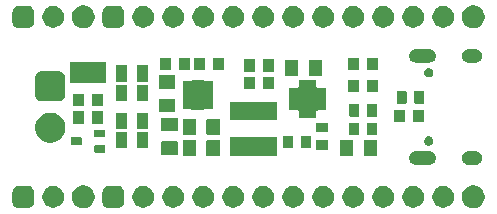
<source format=gbs>
G04 #@! TF.GenerationSoftware,KiCad,Pcbnew,(5.1.5)-3*
G04 #@! TF.CreationDate,2021-01-27T12:55:09+11:00*
G04 #@! TF.ProjectId,PD_Micro,50445f4d-6963-4726-9f2e-6b696361645f,rev?*
G04 #@! TF.SameCoordinates,PX7ce2370PY67d8790*
G04 #@! TF.FileFunction,Soldermask,Bot*
G04 #@! TF.FilePolarity,Negative*
%FSLAX46Y46*%
G04 Gerber Fmt 4.6, Leading zero omitted, Abs format (unit mm)*
G04 Created by KiCad (PCBNEW (5.1.5)-3) date 2021-01-27 12:55:09*
%MOMM*%
%LPD*%
G04 APERTURE LIST*
%ADD10C,0.100000*%
G04 APERTURE END LIST*
D10*
G36*
X39652937Y2202724D02*
G01*
X39829465Y2129603D01*
X39829467Y2129602D01*
X39988339Y2023448D01*
X40123448Y1888339D01*
X40149572Y1849241D01*
X40229603Y1729465D01*
X40302724Y1552937D01*
X40340000Y1365538D01*
X40340000Y1174462D01*
X40302724Y987063D01*
X40229603Y810535D01*
X40229602Y810533D01*
X40123448Y651661D01*
X39988339Y516552D01*
X39829467Y410398D01*
X39829466Y410397D01*
X39829465Y410397D01*
X39652937Y337276D01*
X39465538Y300000D01*
X39274462Y300000D01*
X39087063Y337276D01*
X38910535Y410397D01*
X38910534Y410397D01*
X38910533Y410398D01*
X38751661Y516552D01*
X38616552Y651661D01*
X38510398Y810533D01*
X38510397Y810535D01*
X38437276Y987063D01*
X38400000Y1174462D01*
X38400000Y1365538D01*
X38437276Y1552937D01*
X38510397Y1729465D01*
X38590428Y1849241D01*
X38616552Y1888339D01*
X38751661Y2023448D01*
X38910533Y2129602D01*
X38910535Y2129603D01*
X39087063Y2202724D01*
X39274462Y2240000D01*
X39465538Y2240000D01*
X39652937Y2202724D01*
G37*
G36*
X6632937Y2202724D02*
G01*
X6809465Y2129603D01*
X6809467Y2129602D01*
X6968339Y2023448D01*
X7103448Y1888339D01*
X7129572Y1849241D01*
X7209603Y1729465D01*
X7282724Y1552937D01*
X7320000Y1365538D01*
X7320000Y1174462D01*
X7282724Y987063D01*
X7209603Y810535D01*
X7209602Y810533D01*
X7103448Y651661D01*
X6968339Y516552D01*
X6809467Y410398D01*
X6809466Y410397D01*
X6809465Y410397D01*
X6632937Y337276D01*
X6445538Y300000D01*
X6254462Y300000D01*
X6067063Y337276D01*
X5890535Y410397D01*
X5890534Y410397D01*
X5890533Y410398D01*
X5731661Y516552D01*
X5596552Y651661D01*
X5490398Y810533D01*
X5490397Y810535D01*
X5417276Y987063D01*
X5380000Y1174462D01*
X5380000Y1365538D01*
X5417276Y1552937D01*
X5490397Y1729465D01*
X5570428Y1849241D01*
X5596552Y1888339D01*
X5731661Y2023448D01*
X5890533Y2129602D01*
X5890535Y2129603D01*
X6067063Y2202724D01*
X6254462Y2240000D01*
X6445538Y2240000D01*
X6632937Y2202724D01*
G37*
G36*
X11698353Y2154645D02*
G01*
X11865782Y2085294D01*
X11940612Y2035294D01*
X12016466Y1984610D01*
X12144610Y1856466D01*
X12191816Y1785817D01*
X12245294Y1705782D01*
X12314645Y1538353D01*
X12350000Y1360613D01*
X12350000Y1179387D01*
X12314645Y1001647D01*
X12245294Y834218D01*
X12245293Y834217D01*
X12144610Y683534D01*
X12016466Y555390D01*
X11958341Y516552D01*
X11865782Y454706D01*
X11698353Y385355D01*
X11520613Y350000D01*
X11339387Y350000D01*
X11161647Y385355D01*
X10994218Y454706D01*
X10901659Y516552D01*
X10843534Y555390D01*
X10715390Y683534D01*
X10614707Y834217D01*
X10614706Y834218D01*
X10545355Y1001647D01*
X10510000Y1179387D01*
X10510000Y1360613D01*
X10545355Y1538353D01*
X10614706Y1705782D01*
X10668184Y1785817D01*
X10715390Y1856466D01*
X10843534Y1984610D01*
X10919388Y2035294D01*
X10994218Y2085294D01*
X11161647Y2154645D01*
X11339387Y2190000D01*
X11520613Y2190000D01*
X11698353Y2154645D01*
G37*
G36*
X24398353Y2154645D02*
G01*
X24565782Y2085294D01*
X24640612Y2035294D01*
X24716466Y1984610D01*
X24844610Y1856466D01*
X24891816Y1785817D01*
X24945294Y1705782D01*
X25014645Y1538353D01*
X25050000Y1360613D01*
X25050000Y1179387D01*
X25014645Y1001647D01*
X24945294Y834218D01*
X24945293Y834217D01*
X24844610Y683534D01*
X24716466Y555390D01*
X24658341Y516552D01*
X24565782Y454706D01*
X24398353Y385355D01*
X24220613Y350000D01*
X24039387Y350000D01*
X23861647Y385355D01*
X23694218Y454706D01*
X23601659Y516552D01*
X23543534Y555390D01*
X23415390Y683534D01*
X23314707Y834217D01*
X23314706Y834218D01*
X23245355Y1001647D01*
X23210000Y1179387D01*
X23210000Y1360613D01*
X23245355Y1538353D01*
X23314706Y1705782D01*
X23368184Y1785817D01*
X23415390Y1856466D01*
X23543534Y1984610D01*
X23619388Y2035294D01*
X23694218Y2085294D01*
X23861647Y2154645D01*
X24039387Y2190000D01*
X24220613Y2190000D01*
X24398353Y2154645D01*
G37*
G36*
X9405817Y2179761D02*
G01*
X9499877Y2151228D01*
X9586559Y2104896D01*
X9662540Y2042540D01*
X9724896Y1966559D01*
X9771228Y1879877D01*
X9799761Y1785817D01*
X9810000Y1681860D01*
X9810000Y858140D01*
X9799761Y754183D01*
X9771228Y660123D01*
X9724896Y573441D01*
X9662540Y497460D01*
X9586559Y435104D01*
X9499877Y388772D01*
X9405817Y360239D01*
X9301860Y350000D01*
X8478140Y350000D01*
X8374183Y360239D01*
X8280123Y388772D01*
X8193441Y435104D01*
X8117460Y497460D01*
X8055104Y573441D01*
X8008772Y660123D01*
X7980239Y754183D01*
X7970000Y858140D01*
X7970000Y1681860D01*
X7980239Y1785817D01*
X8008772Y1879877D01*
X8055104Y1966559D01*
X8117460Y2042540D01*
X8193441Y2104896D01*
X8280123Y2151228D01*
X8374183Y2179761D01*
X8478140Y2190000D01*
X9301860Y2190000D01*
X9405817Y2179761D01*
G37*
G36*
X14238353Y2154645D02*
G01*
X14405782Y2085294D01*
X14480612Y2035294D01*
X14556466Y1984610D01*
X14684610Y1856466D01*
X14731816Y1785817D01*
X14785294Y1705782D01*
X14854645Y1538353D01*
X14890000Y1360613D01*
X14890000Y1179387D01*
X14854645Y1001647D01*
X14785294Y834218D01*
X14785293Y834217D01*
X14684610Y683534D01*
X14556466Y555390D01*
X14498341Y516552D01*
X14405782Y454706D01*
X14238353Y385355D01*
X14060613Y350000D01*
X13879387Y350000D01*
X13701647Y385355D01*
X13534218Y454706D01*
X13441659Y516552D01*
X13383534Y555390D01*
X13255390Y683534D01*
X13154707Y834217D01*
X13154706Y834218D01*
X13085355Y1001647D01*
X13050000Y1179387D01*
X13050000Y1360613D01*
X13085355Y1538353D01*
X13154706Y1705782D01*
X13208184Y1785817D01*
X13255390Y1856466D01*
X13383534Y1984610D01*
X13459388Y2035294D01*
X13534218Y2085294D01*
X13701647Y2154645D01*
X13879387Y2190000D01*
X14060613Y2190000D01*
X14238353Y2154645D01*
G37*
G36*
X16778353Y2154645D02*
G01*
X16945782Y2085294D01*
X17020612Y2035294D01*
X17096466Y1984610D01*
X17224610Y1856466D01*
X17271816Y1785817D01*
X17325294Y1705782D01*
X17394645Y1538353D01*
X17430000Y1360613D01*
X17430000Y1179387D01*
X17394645Y1001647D01*
X17325294Y834218D01*
X17325293Y834217D01*
X17224610Y683534D01*
X17096466Y555390D01*
X17038341Y516552D01*
X16945782Y454706D01*
X16778353Y385355D01*
X16600613Y350000D01*
X16419387Y350000D01*
X16241647Y385355D01*
X16074218Y454706D01*
X15981659Y516552D01*
X15923534Y555390D01*
X15795390Y683534D01*
X15694707Y834217D01*
X15694706Y834218D01*
X15625355Y1001647D01*
X15590000Y1179387D01*
X15590000Y1360613D01*
X15625355Y1538353D01*
X15694706Y1705782D01*
X15748184Y1785817D01*
X15795390Y1856466D01*
X15923534Y1984610D01*
X15999388Y2035294D01*
X16074218Y2085294D01*
X16241647Y2154645D01*
X16419387Y2190000D01*
X16600613Y2190000D01*
X16778353Y2154645D01*
G37*
G36*
X19318353Y2154645D02*
G01*
X19485782Y2085294D01*
X19560612Y2035294D01*
X19636466Y1984610D01*
X19764610Y1856466D01*
X19811816Y1785817D01*
X19865294Y1705782D01*
X19934645Y1538353D01*
X19970000Y1360613D01*
X19970000Y1179387D01*
X19934645Y1001647D01*
X19865294Y834218D01*
X19865293Y834217D01*
X19764610Y683534D01*
X19636466Y555390D01*
X19578341Y516552D01*
X19485782Y454706D01*
X19318353Y385355D01*
X19140613Y350000D01*
X18959387Y350000D01*
X18781647Y385355D01*
X18614218Y454706D01*
X18521659Y516552D01*
X18463534Y555390D01*
X18335390Y683534D01*
X18234707Y834217D01*
X18234706Y834218D01*
X18165355Y1001647D01*
X18130000Y1179387D01*
X18130000Y1360613D01*
X18165355Y1538353D01*
X18234706Y1705782D01*
X18288184Y1785817D01*
X18335390Y1856466D01*
X18463534Y1984610D01*
X18539388Y2035294D01*
X18614218Y2085294D01*
X18781647Y2154645D01*
X18959387Y2190000D01*
X19140613Y2190000D01*
X19318353Y2154645D01*
G37*
G36*
X21858353Y2154645D02*
G01*
X22025782Y2085294D01*
X22100612Y2035294D01*
X22176466Y1984610D01*
X22304610Y1856466D01*
X22351816Y1785817D01*
X22405294Y1705782D01*
X22474645Y1538353D01*
X22510000Y1360613D01*
X22510000Y1179387D01*
X22474645Y1001647D01*
X22405294Y834218D01*
X22405293Y834217D01*
X22304610Y683534D01*
X22176466Y555390D01*
X22118341Y516552D01*
X22025782Y454706D01*
X21858353Y385355D01*
X21680613Y350000D01*
X21499387Y350000D01*
X21321647Y385355D01*
X21154218Y454706D01*
X21061659Y516552D01*
X21003534Y555390D01*
X20875390Y683534D01*
X20774707Y834217D01*
X20774706Y834218D01*
X20705355Y1001647D01*
X20670000Y1179387D01*
X20670000Y1360613D01*
X20705355Y1538353D01*
X20774706Y1705782D01*
X20828184Y1785817D01*
X20875390Y1856466D01*
X21003534Y1984610D01*
X21079388Y2035294D01*
X21154218Y2085294D01*
X21321647Y2154645D01*
X21499387Y2190000D01*
X21680613Y2190000D01*
X21858353Y2154645D01*
G37*
G36*
X29478353Y2154645D02*
G01*
X29645782Y2085294D01*
X29720612Y2035294D01*
X29796466Y1984610D01*
X29924610Y1856466D01*
X29971816Y1785817D01*
X30025294Y1705782D01*
X30094645Y1538353D01*
X30130000Y1360613D01*
X30130000Y1179387D01*
X30094645Y1001647D01*
X30025294Y834218D01*
X30025293Y834217D01*
X29924610Y683534D01*
X29796466Y555390D01*
X29738341Y516552D01*
X29645782Y454706D01*
X29478353Y385355D01*
X29300613Y350000D01*
X29119387Y350000D01*
X28941647Y385355D01*
X28774218Y454706D01*
X28681659Y516552D01*
X28623534Y555390D01*
X28495390Y683534D01*
X28394707Y834217D01*
X28394706Y834218D01*
X28325355Y1001647D01*
X28290000Y1179387D01*
X28290000Y1360613D01*
X28325355Y1538353D01*
X28394706Y1705782D01*
X28448184Y1785817D01*
X28495390Y1856466D01*
X28623534Y1984610D01*
X28699388Y2035294D01*
X28774218Y2085294D01*
X28941647Y2154645D01*
X29119387Y2190000D01*
X29300613Y2190000D01*
X29478353Y2154645D01*
G37*
G36*
X34558353Y2154645D02*
G01*
X34725782Y2085294D01*
X34800612Y2035294D01*
X34876466Y1984610D01*
X35004610Y1856466D01*
X35051816Y1785817D01*
X35105294Y1705782D01*
X35174645Y1538353D01*
X35210000Y1360613D01*
X35210000Y1179387D01*
X35174645Y1001647D01*
X35105294Y834218D01*
X35105293Y834217D01*
X35004610Y683534D01*
X34876466Y555390D01*
X34818341Y516552D01*
X34725782Y454706D01*
X34558353Y385355D01*
X34380613Y350000D01*
X34199387Y350000D01*
X34021647Y385355D01*
X33854218Y454706D01*
X33761659Y516552D01*
X33703534Y555390D01*
X33575390Y683534D01*
X33474707Y834217D01*
X33474706Y834218D01*
X33405355Y1001647D01*
X33370000Y1179387D01*
X33370000Y1360613D01*
X33405355Y1538353D01*
X33474706Y1705782D01*
X33528184Y1785817D01*
X33575390Y1856466D01*
X33703534Y1984610D01*
X33779388Y2035294D01*
X33854218Y2085294D01*
X34021647Y2154645D01*
X34199387Y2190000D01*
X34380613Y2190000D01*
X34558353Y2154645D01*
G37*
G36*
X1785817Y2179761D02*
G01*
X1879877Y2151228D01*
X1966559Y2104896D01*
X2042540Y2042540D01*
X2104896Y1966559D01*
X2151228Y1879877D01*
X2179761Y1785817D01*
X2190000Y1681860D01*
X2190000Y858140D01*
X2179761Y754183D01*
X2151228Y660123D01*
X2104896Y573441D01*
X2042540Y497460D01*
X1966559Y435104D01*
X1879877Y388772D01*
X1785817Y360239D01*
X1681860Y350000D01*
X858140Y350000D01*
X754183Y360239D01*
X660123Y388772D01*
X573441Y435104D01*
X497460Y497460D01*
X435104Y573441D01*
X388772Y660123D01*
X360239Y754183D01*
X350000Y858140D01*
X350000Y1681860D01*
X360239Y1785817D01*
X388772Y1879877D01*
X435104Y1966559D01*
X497460Y2042540D01*
X573441Y2104896D01*
X660123Y2151228D01*
X754183Y2179761D01*
X858140Y2190000D01*
X1681860Y2190000D01*
X1785817Y2179761D01*
G37*
G36*
X4078353Y2154645D02*
G01*
X4245782Y2085294D01*
X4320612Y2035294D01*
X4396466Y1984610D01*
X4524610Y1856466D01*
X4571816Y1785817D01*
X4625294Y1705782D01*
X4694645Y1538353D01*
X4730000Y1360613D01*
X4730000Y1179387D01*
X4694645Y1001647D01*
X4625294Y834218D01*
X4625293Y834217D01*
X4524610Y683534D01*
X4396466Y555390D01*
X4338341Y516552D01*
X4245782Y454706D01*
X4078353Y385355D01*
X3900613Y350000D01*
X3719387Y350000D01*
X3541647Y385355D01*
X3374218Y454706D01*
X3281659Y516552D01*
X3223534Y555390D01*
X3095390Y683534D01*
X2994707Y834217D01*
X2994706Y834218D01*
X2925355Y1001647D01*
X2890000Y1179387D01*
X2890000Y1360613D01*
X2925355Y1538353D01*
X2994706Y1705782D01*
X3048184Y1785817D01*
X3095390Y1856466D01*
X3223534Y1984610D01*
X3299388Y2035294D01*
X3374218Y2085294D01*
X3541647Y2154645D01*
X3719387Y2190000D01*
X3900613Y2190000D01*
X4078353Y2154645D01*
G37*
G36*
X37098353Y2154645D02*
G01*
X37265782Y2085294D01*
X37340612Y2035294D01*
X37416466Y1984610D01*
X37544610Y1856466D01*
X37591816Y1785817D01*
X37645294Y1705782D01*
X37714645Y1538353D01*
X37750000Y1360613D01*
X37750000Y1179387D01*
X37714645Y1001647D01*
X37645294Y834218D01*
X37645293Y834217D01*
X37544610Y683534D01*
X37416466Y555390D01*
X37358341Y516552D01*
X37265782Y454706D01*
X37098353Y385355D01*
X36920613Y350000D01*
X36739387Y350000D01*
X36561647Y385355D01*
X36394218Y454706D01*
X36301659Y516552D01*
X36243534Y555390D01*
X36115390Y683534D01*
X36014707Y834217D01*
X36014706Y834218D01*
X35945355Y1001647D01*
X35910000Y1179387D01*
X35910000Y1360613D01*
X35945355Y1538353D01*
X36014706Y1705782D01*
X36068184Y1785817D01*
X36115390Y1856466D01*
X36243534Y1984610D01*
X36319388Y2035294D01*
X36394218Y2085294D01*
X36561647Y2154645D01*
X36739387Y2190000D01*
X36920613Y2190000D01*
X37098353Y2154645D01*
G37*
G36*
X32018353Y2154645D02*
G01*
X32185782Y2085294D01*
X32260612Y2035294D01*
X32336466Y1984610D01*
X32464610Y1856466D01*
X32511816Y1785817D01*
X32565294Y1705782D01*
X32634645Y1538353D01*
X32670000Y1360613D01*
X32670000Y1179387D01*
X32634645Y1001647D01*
X32565294Y834218D01*
X32565293Y834217D01*
X32464610Y683534D01*
X32336466Y555390D01*
X32278341Y516552D01*
X32185782Y454706D01*
X32018353Y385355D01*
X31840613Y350000D01*
X31659387Y350000D01*
X31481647Y385355D01*
X31314218Y454706D01*
X31221659Y516552D01*
X31163534Y555390D01*
X31035390Y683534D01*
X30934707Y834217D01*
X30934706Y834218D01*
X30865355Y1001647D01*
X30830000Y1179387D01*
X30830000Y1360613D01*
X30865355Y1538353D01*
X30934706Y1705782D01*
X30988184Y1785817D01*
X31035390Y1856466D01*
X31163534Y1984610D01*
X31239388Y2035294D01*
X31314218Y2085294D01*
X31481647Y2154645D01*
X31659387Y2190000D01*
X31840613Y2190000D01*
X32018353Y2154645D01*
G37*
G36*
X26938353Y2154645D02*
G01*
X27105782Y2085294D01*
X27180612Y2035294D01*
X27256466Y1984610D01*
X27384610Y1856466D01*
X27431816Y1785817D01*
X27485294Y1705782D01*
X27554645Y1538353D01*
X27590000Y1360613D01*
X27590000Y1179387D01*
X27554645Y1001647D01*
X27485294Y834218D01*
X27485293Y834217D01*
X27384610Y683534D01*
X27256466Y555390D01*
X27198341Y516552D01*
X27105782Y454706D01*
X26938353Y385355D01*
X26760613Y350000D01*
X26579387Y350000D01*
X26401647Y385355D01*
X26234218Y454706D01*
X26141659Y516552D01*
X26083534Y555390D01*
X25955390Y683534D01*
X25854707Y834217D01*
X25854706Y834218D01*
X25785355Y1001647D01*
X25750000Y1179387D01*
X25750000Y1360613D01*
X25785355Y1538353D01*
X25854706Y1705782D01*
X25908184Y1785817D01*
X25955390Y1856466D01*
X26083534Y1984610D01*
X26159388Y2035294D01*
X26234218Y2085294D01*
X26401647Y2154645D01*
X26579387Y2190000D01*
X26760613Y2190000D01*
X26938353Y2154645D01*
G37*
G36*
X35675908Y5137251D02*
G01*
X35731739Y5131752D01*
X35839185Y5099158D01*
X35938207Y5046230D01*
X36025000Y4975000D01*
X36096230Y4888207D01*
X36149158Y4789185D01*
X36181752Y4681739D01*
X36192757Y4570000D01*
X36181752Y4458261D01*
X36149158Y4350815D01*
X36096230Y4251793D01*
X36025000Y4165000D01*
X35938207Y4093770D01*
X35839185Y4040842D01*
X35731739Y4008248D01*
X35675908Y4002749D01*
X35647994Y4000000D01*
X34492006Y4000000D01*
X34464092Y4002749D01*
X34408261Y4008248D01*
X34300815Y4040842D01*
X34201793Y4093770D01*
X34115000Y4165000D01*
X34043770Y4251793D01*
X33990842Y4350815D01*
X33958248Y4458261D01*
X33947243Y4570000D01*
X33958248Y4681739D01*
X33990842Y4789185D01*
X34043770Y4888207D01*
X34115000Y4975000D01*
X34201793Y5046230D01*
X34300815Y5099158D01*
X34408261Y5131752D01*
X34464092Y5137251D01*
X34492006Y5140000D01*
X35647994Y5140000D01*
X35675908Y5137251D01*
G37*
G36*
X39605908Y5137251D02*
G01*
X39661739Y5131752D01*
X39769185Y5099158D01*
X39868207Y5046230D01*
X39955000Y4975000D01*
X40026230Y4888207D01*
X40079158Y4789185D01*
X40111752Y4681739D01*
X40122757Y4570000D01*
X40111752Y4458261D01*
X40079158Y4350815D01*
X40026230Y4251793D01*
X39955000Y4165000D01*
X39868207Y4093770D01*
X39769185Y4040842D01*
X39661739Y4008248D01*
X39605908Y4002749D01*
X39577994Y4000000D01*
X38922006Y4000000D01*
X38894092Y4002749D01*
X38838261Y4008248D01*
X38730815Y4040842D01*
X38631793Y4093770D01*
X38545000Y4165000D01*
X38473770Y4251793D01*
X38420842Y4350815D01*
X38388248Y4458261D01*
X38377243Y4570000D01*
X38388248Y4681739D01*
X38420842Y4789185D01*
X38473770Y4888207D01*
X38545000Y4975000D01*
X38631793Y5046230D01*
X38730815Y5099158D01*
X38838261Y5131752D01*
X38894092Y5137251D01*
X38922006Y5140000D01*
X39577994Y5140000D01*
X39605908Y5137251D01*
G37*
G36*
X31152673Y6082803D02*
G01*
X31168221Y6078086D01*
X31182552Y6070426D01*
X31195115Y6060115D01*
X31205426Y6047552D01*
X31213086Y6033221D01*
X31217803Y6017673D01*
X31220000Y5995362D01*
X31220000Y4784638D01*
X31217803Y4762327D01*
X31213086Y4746779D01*
X31205426Y4732448D01*
X31195115Y4719885D01*
X31182552Y4709574D01*
X31168221Y4701914D01*
X31152673Y4697197D01*
X31130362Y4695000D01*
X30169638Y4695000D01*
X30147327Y4697197D01*
X30131779Y4701914D01*
X30117448Y4709574D01*
X30104885Y4719885D01*
X30094574Y4732448D01*
X30086914Y4746779D01*
X30082197Y4762327D01*
X30080000Y4784638D01*
X30080000Y5995362D01*
X30082197Y6017673D01*
X30086914Y6033221D01*
X30094574Y6047552D01*
X30104885Y6060115D01*
X30117448Y6070426D01*
X30131779Y6078086D01*
X30147327Y6082803D01*
X30169638Y6085000D01*
X31130362Y6085000D01*
X31152673Y6082803D01*
G37*
G36*
X29152673Y6082803D02*
G01*
X29168221Y6078086D01*
X29182552Y6070426D01*
X29195115Y6060115D01*
X29205426Y6047552D01*
X29213086Y6033221D01*
X29217803Y6017673D01*
X29220000Y5995362D01*
X29220000Y4784638D01*
X29217803Y4762327D01*
X29213086Y4746779D01*
X29205426Y4732448D01*
X29195115Y4719885D01*
X29182552Y4709574D01*
X29168221Y4701914D01*
X29152673Y4697197D01*
X29130362Y4695000D01*
X28169638Y4695000D01*
X28147327Y4697197D01*
X28131779Y4701914D01*
X28117448Y4709574D01*
X28104885Y4719885D01*
X28094574Y4732448D01*
X28086914Y4746779D01*
X28082197Y4762327D01*
X28080000Y4784638D01*
X28080000Y5995362D01*
X28082197Y6017673D01*
X28086914Y6033221D01*
X28094574Y6047552D01*
X28104885Y6060115D01*
X28117448Y6070426D01*
X28131779Y6078086D01*
X28147327Y6082803D01*
X28169638Y6085000D01*
X29130362Y6085000D01*
X29152673Y6082803D01*
G37*
G36*
X17852673Y6082803D02*
G01*
X17868221Y6078086D01*
X17882552Y6070426D01*
X17895115Y6060115D01*
X17905426Y6047552D01*
X17913086Y6033221D01*
X17917803Y6017673D01*
X17920000Y5995362D01*
X17920000Y4784638D01*
X17917803Y4762327D01*
X17913086Y4746779D01*
X17905426Y4732448D01*
X17895115Y4719885D01*
X17882552Y4709574D01*
X17868221Y4701914D01*
X17852673Y4697197D01*
X17830362Y4695000D01*
X16869638Y4695000D01*
X16847327Y4697197D01*
X16831779Y4701914D01*
X16817448Y4709574D01*
X16804885Y4719885D01*
X16794574Y4732448D01*
X16786914Y4746779D01*
X16782197Y4762327D01*
X16780000Y4784638D01*
X16780000Y5995362D01*
X16782197Y6017673D01*
X16786914Y6033221D01*
X16794574Y6047552D01*
X16804885Y6060115D01*
X16817448Y6070426D01*
X16831779Y6078086D01*
X16847327Y6082803D01*
X16869638Y6085000D01*
X17830362Y6085000D01*
X17852673Y6082803D01*
G37*
G36*
X15852673Y6082803D02*
G01*
X15868221Y6078086D01*
X15882552Y6070426D01*
X15895115Y6060115D01*
X15905426Y6047552D01*
X15913086Y6033221D01*
X15917803Y6017673D01*
X15920000Y5995362D01*
X15920000Y4784638D01*
X15917803Y4762327D01*
X15913086Y4746779D01*
X15905426Y4732448D01*
X15895115Y4719885D01*
X15882552Y4709574D01*
X15868221Y4701914D01*
X15852673Y4697197D01*
X15830362Y4695000D01*
X14869638Y4695000D01*
X14847327Y4697197D01*
X14831779Y4701914D01*
X14817448Y4709574D01*
X14804885Y4719885D01*
X14794574Y4732448D01*
X14786914Y4746779D01*
X14782197Y4762327D01*
X14780000Y4784638D01*
X14780000Y5995362D01*
X14782197Y6017673D01*
X14786914Y6033221D01*
X14794574Y6047552D01*
X14804885Y6060115D01*
X14817448Y6070426D01*
X14831779Y6078086D01*
X14847327Y6082803D01*
X14869638Y6085000D01*
X15830362Y6085000D01*
X15852673Y6082803D01*
G37*
G36*
X22726415Y6308370D02*
G01*
X22736433Y6305331D01*
X22745665Y6300396D01*
X22753756Y6293756D01*
X22760396Y6285665D01*
X22765331Y6276433D01*
X22768370Y6266415D01*
X22770000Y6249862D01*
X22770000Y4830138D01*
X22768370Y4813585D01*
X22765331Y4803567D01*
X22760396Y4794335D01*
X22753756Y4786244D01*
X22745665Y4779604D01*
X22736433Y4774669D01*
X22726415Y4771630D01*
X22709862Y4770000D01*
X18790138Y4770000D01*
X18773585Y4771630D01*
X18763567Y4774669D01*
X18754335Y4779604D01*
X18746244Y4786244D01*
X18739604Y4794335D01*
X18734669Y4803567D01*
X18731630Y4813585D01*
X18730000Y4830138D01*
X18730000Y6249862D01*
X18731630Y6266415D01*
X18734669Y6276433D01*
X18739604Y6285665D01*
X18746244Y6293756D01*
X18754335Y6300396D01*
X18763567Y6305331D01*
X18773585Y6308370D01*
X18790138Y6310000D01*
X22709862Y6310000D01*
X22726415Y6308370D01*
G37*
G36*
X14277673Y5957803D02*
G01*
X14293221Y5953086D01*
X14307552Y5945426D01*
X14320115Y5935115D01*
X14330426Y5922552D01*
X14338086Y5908221D01*
X14342803Y5892673D01*
X14345000Y5870362D01*
X14345000Y4909638D01*
X14342803Y4887327D01*
X14338086Y4871779D01*
X14330426Y4857448D01*
X14320115Y4844885D01*
X14307552Y4834574D01*
X14293221Y4826914D01*
X14277673Y4822197D01*
X14255362Y4820000D01*
X13044638Y4820000D01*
X13022327Y4822197D01*
X13006779Y4826914D01*
X12992448Y4834574D01*
X12979885Y4844885D01*
X12969574Y4857448D01*
X12961914Y4871779D01*
X12957197Y4887327D01*
X12955000Y4909638D01*
X12955000Y5870362D01*
X12957197Y5892673D01*
X12961914Y5908221D01*
X12969574Y5922552D01*
X12979885Y5935115D01*
X12992448Y5945426D01*
X13006779Y5953086D01*
X13022327Y5957803D01*
X13044638Y5960000D01*
X14255362Y5960000D01*
X14277673Y5957803D01*
G37*
G36*
X8141404Y5657534D02*
G01*
X8159580Y5652020D01*
X8176331Y5643066D01*
X8191015Y5631015D01*
X8203066Y5616331D01*
X8212020Y5599580D01*
X8217534Y5581404D01*
X8220000Y5556362D01*
X8220000Y5123638D01*
X8217534Y5098596D01*
X8212020Y5080420D01*
X8203066Y5063669D01*
X8191015Y5048985D01*
X8176331Y5036934D01*
X8159580Y5027980D01*
X8141404Y5022466D01*
X8116362Y5020000D01*
X7383638Y5020000D01*
X7358596Y5022466D01*
X7340420Y5027980D01*
X7323669Y5036934D01*
X7308985Y5048985D01*
X7296934Y5063669D01*
X7287980Y5080420D01*
X7282466Y5098596D01*
X7280000Y5123638D01*
X7280000Y5556362D01*
X7282466Y5581404D01*
X7287980Y5599580D01*
X7296934Y5616331D01*
X7308985Y5631015D01*
X7323669Y5643066D01*
X7340420Y5652020D01*
X7358596Y5657534D01*
X7383638Y5660000D01*
X8116362Y5660000D01*
X8141404Y5657534D01*
G37*
G36*
X27038891Y6058667D02*
G01*
X27046004Y6056509D01*
X27052552Y6053009D01*
X27058296Y6048296D01*
X27063009Y6042552D01*
X27066509Y6036004D01*
X27068667Y6028891D01*
X27070000Y6015357D01*
X27070000Y5264643D01*
X27068667Y5251109D01*
X27066509Y5243996D01*
X27063009Y5237448D01*
X27058296Y5231704D01*
X27052552Y5226991D01*
X27046004Y5223491D01*
X27038891Y5221333D01*
X27025357Y5220000D01*
X26074643Y5220000D01*
X26061109Y5221333D01*
X26053996Y5223491D01*
X26047448Y5226991D01*
X26041704Y5231704D01*
X26036991Y5237448D01*
X26033491Y5243996D01*
X26031333Y5251109D01*
X26030000Y5264643D01*
X26030000Y6015357D01*
X26031333Y6028891D01*
X26033491Y6036004D01*
X26036991Y6042552D01*
X26041704Y6048296D01*
X26047448Y6053009D01*
X26053996Y6056509D01*
X26061109Y6058667D01*
X26074643Y6060000D01*
X27025357Y6060000D01*
X27038891Y6058667D01*
G37*
G36*
X24088891Y6408667D02*
G01*
X24096004Y6406509D01*
X24102552Y6403009D01*
X24108296Y6398296D01*
X24113009Y6392552D01*
X24116509Y6386004D01*
X24118667Y6378891D01*
X24120000Y6365357D01*
X24120000Y5414643D01*
X24118667Y5401109D01*
X24116509Y5393996D01*
X24113009Y5387448D01*
X24108296Y5381704D01*
X24102552Y5376991D01*
X24096004Y5373491D01*
X24088891Y5371333D01*
X24075357Y5370000D01*
X23324643Y5370000D01*
X23311109Y5371333D01*
X23303996Y5373491D01*
X23297448Y5376991D01*
X23291704Y5381704D01*
X23286991Y5387448D01*
X23283491Y5393996D01*
X23281333Y5401109D01*
X23280000Y5414643D01*
X23280000Y6365357D01*
X23281333Y6378891D01*
X23283491Y6386004D01*
X23286991Y6392552D01*
X23291704Y6398296D01*
X23297448Y6403009D01*
X23303996Y6406509D01*
X23311109Y6408667D01*
X23324643Y6410000D01*
X24075357Y6410000D01*
X24088891Y6408667D01*
G37*
G36*
X25588891Y6408667D02*
G01*
X25596004Y6406509D01*
X25602552Y6403009D01*
X25608296Y6398296D01*
X25613009Y6392552D01*
X25616509Y6386004D01*
X25618667Y6378891D01*
X25620000Y6365357D01*
X25620000Y5414643D01*
X25618667Y5401109D01*
X25616509Y5393996D01*
X25613009Y5387448D01*
X25608296Y5381704D01*
X25602552Y5376991D01*
X25596004Y5373491D01*
X25588891Y5371333D01*
X25575357Y5370000D01*
X24824643Y5370000D01*
X24811109Y5371333D01*
X24803996Y5373491D01*
X24797448Y5376991D01*
X24791704Y5381704D01*
X24786991Y5387448D01*
X24783491Y5393996D01*
X24781333Y5401109D01*
X24780000Y5414643D01*
X24780000Y6365357D01*
X24781333Y6378891D01*
X24783491Y6386004D01*
X24786991Y6392552D01*
X24791704Y6398296D01*
X24797448Y6403009D01*
X24803996Y6406509D01*
X24811109Y6408667D01*
X24824643Y6410000D01*
X25575357Y6410000D01*
X25588891Y6408667D01*
G37*
G36*
X11820000Y5370000D02*
G01*
X10880000Y5370000D01*
X10880000Y6760000D01*
X11820000Y6760000D01*
X11820000Y5370000D01*
G37*
G36*
X10020000Y5370000D02*
G01*
X9080000Y5370000D01*
X9080000Y6760000D01*
X10020000Y6760000D01*
X10020000Y5370000D01*
G37*
G36*
X35715216Y6379821D02*
G01*
X35787104Y6350044D01*
X35851795Y6306819D01*
X35906819Y6251795D01*
X35950044Y6187104D01*
X35979821Y6115216D01*
X35995000Y6038905D01*
X35995000Y5961095D01*
X35979821Y5884784D01*
X35950044Y5812896D01*
X35906819Y5748205D01*
X35851795Y5693181D01*
X35787104Y5649956D01*
X35715216Y5620179D01*
X35638905Y5605000D01*
X35561095Y5605000D01*
X35484784Y5620179D01*
X35412896Y5649956D01*
X35348205Y5693181D01*
X35293181Y5748205D01*
X35249956Y5812896D01*
X35220179Y5884784D01*
X35205000Y5961095D01*
X35205000Y6038905D01*
X35220179Y6115216D01*
X35249956Y6187104D01*
X35293181Y6251795D01*
X35348205Y6306819D01*
X35412896Y6350044D01*
X35484784Y6379821D01*
X35561095Y6395000D01*
X35638905Y6395000D01*
X35715216Y6379821D01*
G37*
G36*
X6141404Y6307534D02*
G01*
X6159580Y6302020D01*
X6176331Y6293066D01*
X6191015Y6281015D01*
X6203066Y6266331D01*
X6212020Y6249580D01*
X6217534Y6231404D01*
X6220000Y6206362D01*
X6220000Y5773638D01*
X6217534Y5748596D01*
X6212020Y5730420D01*
X6203066Y5713669D01*
X6191015Y5698985D01*
X6176331Y5686934D01*
X6159580Y5677980D01*
X6141404Y5672466D01*
X6116362Y5670000D01*
X5383638Y5670000D01*
X5358596Y5672466D01*
X5340420Y5677980D01*
X5323669Y5686934D01*
X5308985Y5698985D01*
X5296934Y5713669D01*
X5287980Y5730420D01*
X5282466Y5748596D01*
X5280000Y5773638D01*
X5280000Y6206362D01*
X5282466Y6231404D01*
X5287980Y6249580D01*
X5296934Y6266331D01*
X5308985Y6281015D01*
X5323669Y6293066D01*
X5340420Y6302020D01*
X5358596Y6307534D01*
X5383638Y6310000D01*
X6116362Y6310000D01*
X6141404Y6307534D01*
G37*
G36*
X3797765Y8385597D02*
G01*
X3920445Y8361195D01*
X4151571Y8265459D01*
X4235162Y8209605D01*
X4359577Y8126474D01*
X4536474Y7949577D01*
X4588320Y7871983D01*
X4675459Y7741571D01*
X4771195Y7510445D01*
X4820000Y7265084D01*
X4820000Y7014916D01*
X4771195Y6769555D01*
X4728301Y6666000D01*
X4694600Y6584638D01*
X4675459Y6538429D01*
X4636418Y6480000D01*
X4536474Y6330423D01*
X4359577Y6153526D01*
X4302243Y6115217D01*
X4151571Y6014541D01*
X3920445Y5918805D01*
X3867235Y5908221D01*
X3675085Y5870000D01*
X3424915Y5870000D01*
X3232765Y5908221D01*
X3179555Y5918805D01*
X2948429Y6014541D01*
X2797757Y6115217D01*
X2740423Y6153526D01*
X2563526Y6330423D01*
X2463582Y6480000D01*
X2424541Y6538429D01*
X2405401Y6584638D01*
X2371699Y6666000D01*
X2328805Y6769555D01*
X2280000Y7014916D01*
X2280000Y7265084D01*
X2328805Y7510445D01*
X2424541Y7741571D01*
X2511680Y7871983D01*
X2563526Y7949577D01*
X2740423Y8126474D01*
X2864838Y8209605D01*
X2948429Y8265459D01*
X3179555Y8361195D01*
X3302235Y8385597D01*
X3424915Y8410000D01*
X3675085Y8410000D01*
X3797765Y8385597D01*
G37*
G36*
X8141404Y6957534D02*
G01*
X8159580Y6952020D01*
X8176331Y6943066D01*
X8191015Y6931015D01*
X8203066Y6916331D01*
X8212020Y6899580D01*
X8217534Y6881404D01*
X8220000Y6856362D01*
X8220000Y6423638D01*
X8217534Y6398596D01*
X8212020Y6380420D01*
X8203066Y6363669D01*
X8191015Y6348985D01*
X8176331Y6336934D01*
X8159580Y6327980D01*
X8141404Y6322466D01*
X8116362Y6320000D01*
X7383638Y6320000D01*
X7358596Y6322466D01*
X7340420Y6327980D01*
X7323669Y6336934D01*
X7308985Y6348985D01*
X7296934Y6363669D01*
X7287980Y6380420D01*
X7282466Y6398596D01*
X7280000Y6423638D01*
X7280000Y6856362D01*
X7282466Y6881404D01*
X7287980Y6899580D01*
X7296934Y6916331D01*
X7308985Y6931015D01*
X7323669Y6943066D01*
X7340420Y6952020D01*
X7358596Y6957534D01*
X7383638Y6960000D01*
X8116362Y6960000D01*
X8141404Y6957534D01*
G37*
G36*
X31188891Y7508667D02*
G01*
X31196004Y7506509D01*
X31202552Y7503009D01*
X31208296Y7498296D01*
X31213009Y7492552D01*
X31216509Y7486004D01*
X31218667Y7478891D01*
X31220000Y7465357D01*
X31220000Y6514643D01*
X31218667Y6501109D01*
X31216509Y6493996D01*
X31213009Y6487448D01*
X31208296Y6481704D01*
X31202552Y6476991D01*
X31196004Y6473491D01*
X31188891Y6471333D01*
X31175357Y6470000D01*
X30424643Y6470000D01*
X30411109Y6471333D01*
X30403996Y6473491D01*
X30397448Y6476991D01*
X30391704Y6481704D01*
X30386991Y6487448D01*
X30383491Y6493996D01*
X30381333Y6501109D01*
X30380000Y6514643D01*
X30380000Y7465357D01*
X30381333Y7478891D01*
X30383491Y7486004D01*
X30386991Y7492552D01*
X30391704Y7498296D01*
X30397448Y7503009D01*
X30403996Y7506509D01*
X30411109Y7508667D01*
X30424643Y7510000D01*
X31175357Y7510000D01*
X31188891Y7508667D01*
G37*
G36*
X29688891Y7508667D02*
G01*
X29696004Y7506509D01*
X29702552Y7503009D01*
X29708296Y7498296D01*
X29713009Y7492552D01*
X29716509Y7486004D01*
X29718667Y7478891D01*
X29720000Y7465357D01*
X29720000Y6514643D01*
X29718667Y6501109D01*
X29716509Y6493996D01*
X29713009Y6487448D01*
X29708296Y6481704D01*
X29702552Y6476991D01*
X29696004Y6473491D01*
X29688891Y6471333D01*
X29675357Y6470000D01*
X28924643Y6470000D01*
X28911109Y6471333D01*
X28903996Y6473491D01*
X28897448Y6476991D01*
X28891704Y6481704D01*
X28886991Y6487448D01*
X28883491Y6493996D01*
X28881333Y6501109D01*
X28880000Y6514643D01*
X28880000Y7465357D01*
X28881333Y7478891D01*
X28883491Y7486004D01*
X28886991Y7492552D01*
X28891704Y7498296D01*
X28897448Y7503009D01*
X28903996Y7506509D01*
X28911109Y7508667D01*
X28924643Y7510000D01*
X29675357Y7510000D01*
X29688891Y7508667D01*
G37*
G36*
X15852673Y7882803D02*
G01*
X15868221Y7878086D01*
X15882552Y7870426D01*
X15895115Y7860115D01*
X15905426Y7847552D01*
X15913086Y7833221D01*
X15917803Y7817673D01*
X15920000Y7795362D01*
X15920000Y6584638D01*
X15917803Y6562327D01*
X15913086Y6546779D01*
X15905426Y6532448D01*
X15895115Y6519885D01*
X15882552Y6509574D01*
X15868221Y6501914D01*
X15852673Y6497197D01*
X15830362Y6495000D01*
X14869638Y6495000D01*
X14847327Y6497197D01*
X14831779Y6501914D01*
X14817448Y6509574D01*
X14804885Y6519885D01*
X14794574Y6532448D01*
X14786914Y6546779D01*
X14782197Y6562327D01*
X14780000Y6584638D01*
X14780000Y7795362D01*
X14782197Y7817673D01*
X14786914Y7833221D01*
X14794574Y7847552D01*
X14804885Y7860115D01*
X14817448Y7870426D01*
X14831779Y7878086D01*
X14847327Y7882803D01*
X14869638Y7885000D01*
X15830362Y7885000D01*
X15852673Y7882803D01*
G37*
G36*
X17852673Y7882803D02*
G01*
X17868221Y7878086D01*
X17882552Y7870426D01*
X17895115Y7860115D01*
X17905426Y7847552D01*
X17913086Y7833221D01*
X17917803Y7817673D01*
X17920000Y7795362D01*
X17920000Y6584638D01*
X17917803Y6562327D01*
X17913086Y6546779D01*
X17905426Y6532448D01*
X17895115Y6519885D01*
X17882552Y6509574D01*
X17868221Y6501914D01*
X17852673Y6497197D01*
X17830362Y6495000D01*
X16869638Y6495000D01*
X16847327Y6497197D01*
X16831779Y6501914D01*
X16817448Y6509574D01*
X16804885Y6519885D01*
X16794574Y6532448D01*
X16786914Y6546779D01*
X16782197Y6562327D01*
X16780000Y6584638D01*
X16780000Y7795362D01*
X16782197Y7817673D01*
X16786914Y7833221D01*
X16794574Y7847552D01*
X16804885Y7860115D01*
X16817448Y7870426D01*
X16831779Y7878086D01*
X16847327Y7882803D01*
X16869638Y7885000D01*
X17830362Y7885000D01*
X17852673Y7882803D01*
G37*
G36*
X27038891Y7558667D02*
G01*
X27046004Y7556509D01*
X27052552Y7553009D01*
X27058296Y7548296D01*
X27063009Y7542552D01*
X27066509Y7536004D01*
X27068667Y7528891D01*
X27070000Y7515357D01*
X27070000Y6764643D01*
X27068667Y6751109D01*
X27066509Y6743996D01*
X27063009Y6737448D01*
X27058296Y6731704D01*
X27052552Y6726991D01*
X27046004Y6723491D01*
X27038891Y6721333D01*
X27025357Y6720000D01*
X26074643Y6720000D01*
X26061109Y6721333D01*
X26053996Y6723491D01*
X26047448Y6726991D01*
X26041704Y6731704D01*
X26036991Y6737448D01*
X26033491Y6743996D01*
X26031333Y6751109D01*
X26030000Y6764643D01*
X26030000Y7515357D01*
X26031333Y7528891D01*
X26033491Y7536004D01*
X26036991Y7542552D01*
X26041704Y7548296D01*
X26047448Y7553009D01*
X26053996Y7556509D01*
X26061109Y7558667D01*
X26074643Y7560000D01*
X27025357Y7560000D01*
X27038891Y7558667D01*
G37*
G36*
X14277673Y7957803D02*
G01*
X14293221Y7953086D01*
X14307552Y7945426D01*
X14320115Y7935115D01*
X14330426Y7922552D01*
X14338086Y7908221D01*
X14342803Y7892673D01*
X14345000Y7870362D01*
X14345000Y6909638D01*
X14342803Y6887327D01*
X14338086Y6871779D01*
X14330426Y6857448D01*
X14320115Y6844885D01*
X14307552Y6834574D01*
X14293221Y6826914D01*
X14277673Y6822197D01*
X14255362Y6820000D01*
X13044638Y6820000D01*
X13022327Y6822197D01*
X13006779Y6826914D01*
X12992448Y6834574D01*
X12979885Y6844885D01*
X12969574Y6857448D01*
X12961914Y6871779D01*
X12957197Y6887327D01*
X12955000Y6909638D01*
X12955000Y7870362D01*
X12957197Y7892673D01*
X12961914Y7908221D01*
X12969574Y7922552D01*
X12979885Y7935115D01*
X12992448Y7945426D01*
X13006779Y7953086D01*
X13022327Y7957803D01*
X13044638Y7960000D01*
X14255362Y7960000D01*
X14277673Y7957803D01*
G37*
G36*
X11820000Y7020000D02*
G01*
X10880000Y7020000D01*
X10880000Y8410000D01*
X11820000Y8410000D01*
X11820000Y7020000D01*
G37*
G36*
X10020000Y7020000D02*
G01*
X9080000Y7020000D01*
X9080000Y8410000D01*
X10020000Y8410000D01*
X10020000Y7020000D01*
G37*
G36*
X6419987Y8509987D02*
G01*
X6420000Y8509857D01*
X6420000Y7470143D01*
X6419987Y7470013D01*
X6419857Y7470000D01*
X5480143Y7470000D01*
X5480013Y7470013D01*
X5480000Y7470143D01*
X5480000Y8509857D01*
X5480013Y8509987D01*
X5480143Y8510000D01*
X6419857Y8510000D01*
X6419987Y8509987D01*
G37*
G36*
X8019987Y8509987D02*
G01*
X8020000Y8509857D01*
X8020000Y7470143D01*
X8019987Y7470013D01*
X8019857Y7470000D01*
X7080143Y7470000D01*
X7080013Y7470013D01*
X7080000Y7470143D01*
X7080000Y8509857D01*
X7080013Y8509987D01*
X7080143Y8510000D01*
X8019857Y8510000D01*
X8019987Y8509987D01*
G37*
G36*
X33619987Y8609987D02*
G01*
X33620000Y8609857D01*
X33620000Y7570143D01*
X33619987Y7570013D01*
X33619857Y7570000D01*
X32680143Y7570000D01*
X32680013Y7570013D01*
X32680000Y7570143D01*
X32680000Y8609857D01*
X32680013Y8609987D01*
X32680143Y8610000D01*
X33619857Y8610000D01*
X33619987Y8609987D01*
G37*
G36*
X35219987Y8609987D02*
G01*
X35220000Y8609857D01*
X35220000Y7570143D01*
X35219987Y7570013D01*
X35219857Y7570000D01*
X34280143Y7570000D01*
X34280013Y7570013D01*
X34280000Y7570143D01*
X34280000Y8609857D01*
X34280013Y8609987D01*
X34280143Y8610000D01*
X35219857Y8610000D01*
X35219987Y8609987D01*
G37*
G36*
X22726415Y9308370D02*
G01*
X22736433Y9305331D01*
X22745665Y9300396D01*
X22753756Y9293756D01*
X22760396Y9285665D01*
X22765331Y9276433D01*
X22768370Y9266415D01*
X22770000Y9249862D01*
X22770000Y7830138D01*
X22768370Y7813585D01*
X22765331Y7803567D01*
X22760396Y7794335D01*
X22753756Y7786244D01*
X22745665Y7779604D01*
X22736433Y7774669D01*
X22726415Y7771630D01*
X22709862Y7770000D01*
X18790138Y7770000D01*
X18773585Y7771630D01*
X18763567Y7774669D01*
X18754335Y7779604D01*
X18746244Y7786244D01*
X18739604Y7794335D01*
X18734669Y7803567D01*
X18731630Y7813585D01*
X18730000Y7830138D01*
X18730000Y9249862D01*
X18731630Y9266415D01*
X18734669Y9276433D01*
X18739604Y9285665D01*
X18746244Y9293756D01*
X18754335Y9300396D01*
X18763567Y9305331D01*
X18773585Y9308370D01*
X18790138Y9310000D01*
X22709862Y9310000D01*
X22726415Y9308370D01*
G37*
G36*
X26070000Y10647499D02*
G01*
X26072402Y10623113D01*
X26079515Y10599664D01*
X26091066Y10578053D01*
X26106611Y10559111D01*
X26125553Y10543566D01*
X26147164Y10532015D01*
X26170613Y10524902D01*
X26194999Y10522500D01*
X26925000Y10522500D01*
X26925000Y8582500D01*
X26194999Y8582500D01*
X26170613Y8580098D01*
X26147164Y8572985D01*
X26125553Y8561434D01*
X26106611Y8545889D01*
X26091066Y8526947D01*
X26079515Y8505336D01*
X26072402Y8481887D01*
X26070000Y8457501D01*
X26070000Y7977500D01*
X24630000Y7977500D01*
X24630000Y8457501D01*
X24627598Y8481887D01*
X24620485Y8505336D01*
X24608934Y8526947D01*
X24593389Y8545889D01*
X24574447Y8561434D01*
X24552836Y8572985D01*
X24529387Y8580098D01*
X24505001Y8582500D01*
X23775000Y8582500D01*
X23775000Y10522500D01*
X24505001Y10522500D01*
X24529387Y10524902D01*
X24552836Y10532015D01*
X24574447Y10543566D01*
X24593389Y10559111D01*
X24608934Y10578053D01*
X24620485Y10599664D01*
X24627598Y10623113D01*
X24630000Y10647499D01*
X24630000Y11127500D01*
X26070000Y11127500D01*
X26070000Y10647499D01*
G37*
G36*
X31188891Y9108667D02*
G01*
X31196004Y9106509D01*
X31202552Y9103009D01*
X31208296Y9098296D01*
X31213009Y9092552D01*
X31216509Y9086004D01*
X31218667Y9078891D01*
X31220000Y9065357D01*
X31220000Y8114643D01*
X31218667Y8101109D01*
X31216509Y8093996D01*
X31213009Y8087448D01*
X31208296Y8081704D01*
X31202552Y8076991D01*
X31196004Y8073491D01*
X31188891Y8071333D01*
X31175357Y8070000D01*
X30424643Y8070000D01*
X30411109Y8071333D01*
X30403996Y8073491D01*
X30397448Y8076991D01*
X30391704Y8081704D01*
X30386991Y8087448D01*
X30383491Y8093996D01*
X30381333Y8101109D01*
X30380000Y8114643D01*
X30380000Y9065357D01*
X30381333Y9078891D01*
X30383491Y9086004D01*
X30386991Y9092552D01*
X30391704Y9098296D01*
X30397448Y9103009D01*
X30403996Y9106509D01*
X30411109Y9108667D01*
X30424643Y9110000D01*
X31175357Y9110000D01*
X31188891Y9108667D01*
G37*
G36*
X29688891Y9108667D02*
G01*
X29696004Y9106509D01*
X29702552Y9103009D01*
X29708296Y9098296D01*
X29713009Y9092552D01*
X29716509Y9086004D01*
X29718667Y9078891D01*
X29720000Y9065357D01*
X29720000Y8114643D01*
X29718667Y8101109D01*
X29716509Y8093996D01*
X29713009Y8087448D01*
X29708296Y8081704D01*
X29702552Y8076991D01*
X29696004Y8073491D01*
X29688891Y8071333D01*
X29675357Y8070000D01*
X28924643Y8070000D01*
X28911109Y8071333D01*
X28903996Y8073491D01*
X28897448Y8076991D01*
X28891704Y8081704D01*
X28886991Y8087448D01*
X28883491Y8093996D01*
X28881333Y8101109D01*
X28880000Y8114643D01*
X28880000Y9065357D01*
X28881333Y9078891D01*
X28883491Y9086004D01*
X28886991Y9092552D01*
X28891704Y9098296D01*
X28897448Y9103009D01*
X28903996Y9106509D01*
X28911109Y9108667D01*
X28924643Y9110000D01*
X29675357Y9110000D01*
X29688891Y9108667D01*
G37*
G36*
X14077673Y9557803D02*
G01*
X14093221Y9553086D01*
X14107552Y9545426D01*
X14120115Y9535115D01*
X14130426Y9522552D01*
X14138086Y9508221D01*
X14142803Y9492673D01*
X14145000Y9470362D01*
X14145000Y8509638D01*
X14142803Y8487327D01*
X14138086Y8471779D01*
X14130426Y8457448D01*
X14120115Y8444885D01*
X14107552Y8434574D01*
X14093221Y8426914D01*
X14077673Y8422197D01*
X14055362Y8420000D01*
X12844638Y8420000D01*
X12822327Y8422197D01*
X12806779Y8426914D01*
X12792448Y8434574D01*
X12779885Y8444885D01*
X12769574Y8457448D01*
X12761914Y8471779D01*
X12757197Y8487327D01*
X12755000Y8509638D01*
X12755000Y9470362D01*
X12757197Y9492673D01*
X12761914Y9508221D01*
X12769574Y9522552D01*
X12779885Y9535115D01*
X12792448Y9545426D01*
X12806779Y9553086D01*
X12822327Y9557803D01*
X12844638Y9560000D01*
X14055362Y9560000D01*
X14077673Y9557803D01*
G37*
G36*
X16561066Y11140553D02*
G01*
X16576611Y11121611D01*
X16595553Y11106066D01*
X16617164Y11094515D01*
X16640613Y11087402D01*
X16664999Y11085000D01*
X17320000Y11085000D01*
X17320000Y8695000D01*
X16664999Y8695000D01*
X16640613Y8692598D01*
X16617164Y8685485D01*
X16595553Y8673934D01*
X16576611Y8658389D01*
X16561066Y8639447D01*
X16550672Y8620000D01*
X15549328Y8620000D01*
X15538934Y8639447D01*
X15523389Y8658389D01*
X15504447Y8673934D01*
X15482836Y8685485D01*
X15459387Y8692598D01*
X15435001Y8695000D01*
X14780000Y8695000D01*
X14780000Y11085000D01*
X15435001Y11085000D01*
X15459387Y11087402D01*
X15482836Y11094515D01*
X15504447Y11106066D01*
X15523389Y11121611D01*
X15538934Y11140553D01*
X15549328Y11160000D01*
X16550672Y11160000D01*
X16561066Y11140553D01*
G37*
G36*
X8019987Y10009987D02*
G01*
X8020000Y10009857D01*
X8020000Y8970143D01*
X8019987Y8970013D01*
X8019857Y8970000D01*
X7080143Y8970000D01*
X7080013Y8970013D01*
X7080000Y8970143D01*
X7080000Y10009857D01*
X7080013Y10009987D01*
X7080143Y10010000D01*
X8019857Y10010000D01*
X8019987Y10009987D01*
G37*
G36*
X6419987Y10009987D02*
G01*
X6420000Y10009857D01*
X6420000Y8970143D01*
X6419987Y8970013D01*
X6419857Y8970000D01*
X5480143Y8970000D01*
X5480013Y8970013D01*
X5480000Y8970143D01*
X5480000Y10009857D01*
X5480013Y10009987D01*
X5480143Y10010000D01*
X6419857Y10010000D01*
X6419987Y10009987D01*
G37*
G36*
X35188891Y10208667D02*
G01*
X35196004Y10206509D01*
X35202552Y10203009D01*
X35208296Y10198296D01*
X35213009Y10192552D01*
X35216509Y10186004D01*
X35218667Y10178891D01*
X35220000Y10165357D01*
X35220000Y9214643D01*
X35218667Y9201109D01*
X35216509Y9193996D01*
X35213009Y9187448D01*
X35208296Y9181704D01*
X35202552Y9176991D01*
X35196004Y9173491D01*
X35188891Y9171333D01*
X35175357Y9170000D01*
X34424643Y9170000D01*
X34411109Y9171333D01*
X34403996Y9173491D01*
X34397448Y9176991D01*
X34391704Y9181704D01*
X34386991Y9187448D01*
X34383491Y9193996D01*
X34381333Y9201109D01*
X34380000Y9214643D01*
X34380000Y10165357D01*
X34381333Y10178891D01*
X34383491Y10186004D01*
X34386991Y10192552D01*
X34391704Y10198296D01*
X34397448Y10203009D01*
X34403996Y10206509D01*
X34411109Y10208667D01*
X34424643Y10210000D01*
X35175357Y10210000D01*
X35188891Y10208667D01*
G37*
G36*
X33688891Y10208667D02*
G01*
X33696004Y10206509D01*
X33702552Y10203009D01*
X33708296Y10198296D01*
X33713009Y10192552D01*
X33716509Y10186004D01*
X33718667Y10178891D01*
X33720000Y10165357D01*
X33720000Y9214643D01*
X33718667Y9201109D01*
X33716509Y9193996D01*
X33713009Y9187448D01*
X33708296Y9181704D01*
X33702552Y9176991D01*
X33696004Y9173491D01*
X33688891Y9171333D01*
X33675357Y9170000D01*
X32924643Y9170000D01*
X32911109Y9171333D01*
X32903996Y9173491D01*
X32897448Y9176991D01*
X32891704Y9181704D01*
X32886991Y9187448D01*
X32883491Y9193996D01*
X32881333Y9201109D01*
X32880000Y9214643D01*
X32880000Y10165357D01*
X32881333Y10178891D01*
X32883491Y10186004D01*
X32886991Y10192552D01*
X32891704Y10198296D01*
X32897448Y10203009D01*
X32903996Y10206509D01*
X32911109Y10208667D01*
X32924643Y10210000D01*
X33675357Y10210000D01*
X33688891Y10208667D01*
G37*
G36*
X10020000Y9370000D02*
G01*
X9080000Y9370000D01*
X9080000Y10760000D01*
X10020000Y10760000D01*
X10020000Y9370000D01*
G37*
G36*
X4359067Y11898407D02*
G01*
X4466359Y11865860D01*
X4565227Y11813014D01*
X4651891Y11741891D01*
X4723014Y11655227D01*
X4775860Y11556359D01*
X4808407Y11449067D01*
X4820000Y11331360D01*
X4820000Y9948640D01*
X4808407Y9830933D01*
X4775860Y9723641D01*
X4723014Y9624773D01*
X4651891Y9538109D01*
X4565227Y9466986D01*
X4466359Y9414140D01*
X4359067Y9381593D01*
X4241360Y9370000D01*
X2858640Y9370000D01*
X2740933Y9381593D01*
X2633641Y9414140D01*
X2534773Y9466986D01*
X2448109Y9538109D01*
X2376986Y9624773D01*
X2324140Y9723641D01*
X2291593Y9830933D01*
X2280000Y9948640D01*
X2280000Y11331360D01*
X2291593Y11449067D01*
X2324140Y11556359D01*
X2376986Y11655227D01*
X2448109Y11741891D01*
X2534773Y11813014D01*
X2633641Y11865860D01*
X2740933Y11898407D01*
X2858640Y11910000D01*
X4241360Y11910000D01*
X4359067Y11898407D01*
G37*
G36*
X11820000Y9370000D02*
G01*
X10880000Y9370000D01*
X10880000Y10760000D01*
X11820000Y10760000D01*
X11820000Y9370000D01*
G37*
G36*
X31319987Y11159987D02*
G01*
X31320000Y11159857D01*
X31320000Y10120143D01*
X31319987Y10120013D01*
X31319857Y10120000D01*
X30380143Y10120000D01*
X30380013Y10120013D01*
X30380000Y10120143D01*
X30380000Y11159857D01*
X30380013Y11159987D01*
X30380143Y11160000D01*
X31319857Y11160000D01*
X31319987Y11159987D01*
G37*
G36*
X29719987Y11159987D02*
G01*
X29720000Y11159857D01*
X29720000Y10120143D01*
X29719987Y10120013D01*
X29719857Y10120000D01*
X28780143Y10120000D01*
X28780013Y10120013D01*
X28780000Y10120143D01*
X28780000Y11159857D01*
X28780013Y11159987D01*
X28780143Y11160000D01*
X29719857Y11160000D01*
X29719987Y11159987D01*
G37*
G36*
X20919987Y11409987D02*
G01*
X20920000Y11409857D01*
X20920000Y10370143D01*
X20919987Y10370013D01*
X20919857Y10370000D01*
X19980143Y10370000D01*
X19980013Y10370013D01*
X19980000Y10370143D01*
X19980000Y11409857D01*
X19980013Y11409987D01*
X19980143Y11410000D01*
X20919857Y11410000D01*
X20919987Y11409987D01*
G37*
G36*
X22519987Y11409987D02*
G01*
X22520000Y11409857D01*
X22520000Y10370143D01*
X22519987Y10370013D01*
X22519857Y10370000D01*
X21580143Y10370000D01*
X21580013Y10370013D01*
X21580000Y10370143D01*
X21580000Y11409857D01*
X21580013Y11409987D01*
X21580143Y11410000D01*
X22519857Y11410000D01*
X22519987Y11409987D01*
G37*
G36*
X14077673Y11557803D02*
G01*
X14093221Y11553086D01*
X14107552Y11545426D01*
X14120115Y11535115D01*
X14130426Y11522552D01*
X14138086Y11508221D01*
X14142803Y11492673D01*
X14145000Y11470362D01*
X14145000Y10509638D01*
X14142803Y10487327D01*
X14138086Y10471779D01*
X14130426Y10457448D01*
X14120115Y10444885D01*
X14107552Y10434574D01*
X14093221Y10426914D01*
X14077673Y10422197D01*
X14055362Y10420000D01*
X12844638Y10420000D01*
X12822327Y10422197D01*
X12806779Y10426914D01*
X12792448Y10434574D01*
X12779885Y10444885D01*
X12769574Y10457448D01*
X12761914Y10471779D01*
X12757197Y10487327D01*
X12755000Y10509638D01*
X12755000Y11470362D01*
X12757197Y11492673D01*
X12761914Y11508221D01*
X12769574Y11522552D01*
X12779885Y11535115D01*
X12792448Y11545426D01*
X12806779Y11553086D01*
X12822327Y11557803D01*
X12844638Y11560000D01*
X14055362Y11560000D01*
X14077673Y11557803D01*
G37*
G36*
X7193917Y12706878D02*
G01*
X7218497Y12699421D01*
X7246078Y12684679D01*
X7268717Y12675302D01*
X7292750Y12670522D01*
X7317254Y12670522D01*
X7341287Y12675303D01*
X7363926Y12684680D01*
X7384300Y12698294D01*
X7386006Y12700000D01*
X8270000Y12700000D01*
X8270000Y10880000D01*
X7385431Y10880000D01*
X7374447Y10889014D01*
X7352836Y10900565D01*
X7329387Y10907678D01*
X7305001Y10910080D01*
X7280615Y10907678D01*
X7246078Y10895321D01*
X7218497Y10880579D01*
X7193917Y10873122D01*
X7162212Y10870000D01*
X5917788Y10870000D01*
X5886083Y10873122D01*
X5881156Y10874617D01*
X5857123Y10879398D01*
X5844870Y10880000D01*
X5230000Y10880000D01*
X5230000Y12700000D01*
X5844870Y12700000D01*
X5869256Y12702402D01*
X5881156Y12705383D01*
X5886083Y12706878D01*
X5917788Y12710000D01*
X7162212Y12710000D01*
X7193917Y12706878D01*
G37*
G36*
X10020000Y11020000D02*
G01*
X9080000Y11020000D01*
X9080000Y12410000D01*
X10020000Y12410000D01*
X10020000Y11020000D01*
G37*
G36*
X11820000Y11020000D02*
G01*
X10880000Y11020000D01*
X10880000Y12410000D01*
X11820000Y12410000D01*
X11820000Y11020000D01*
G37*
G36*
X35715216Y12159821D02*
G01*
X35787104Y12130044D01*
X35851795Y12086819D01*
X35906819Y12031795D01*
X35950044Y11967104D01*
X35979821Y11895216D01*
X35995000Y11818905D01*
X35995000Y11741095D01*
X35979821Y11664784D01*
X35950044Y11592896D01*
X35906819Y11528205D01*
X35851795Y11473181D01*
X35787104Y11429956D01*
X35715216Y11400179D01*
X35638905Y11385000D01*
X35561095Y11385000D01*
X35484784Y11400179D01*
X35412896Y11429956D01*
X35348205Y11473181D01*
X35293181Y11528205D01*
X35249956Y11592896D01*
X35220179Y11664784D01*
X35205000Y11741095D01*
X35205000Y11818905D01*
X35220179Y11895216D01*
X35249956Y11967104D01*
X35293181Y12031795D01*
X35348205Y12086819D01*
X35412896Y12130044D01*
X35484784Y12159821D01*
X35561095Y12175000D01*
X35638905Y12175000D01*
X35715216Y12159821D01*
G37*
G36*
X24502673Y12882803D02*
G01*
X24518221Y12878086D01*
X24532552Y12870426D01*
X24545115Y12860115D01*
X24555426Y12847552D01*
X24563086Y12833221D01*
X24567803Y12817673D01*
X24570000Y12795362D01*
X24570000Y11584638D01*
X24567803Y11562327D01*
X24563086Y11546779D01*
X24555426Y11532448D01*
X24545115Y11519885D01*
X24532552Y11509574D01*
X24518221Y11501914D01*
X24502673Y11497197D01*
X24480362Y11495000D01*
X23519638Y11495000D01*
X23497327Y11497197D01*
X23481779Y11501914D01*
X23467448Y11509574D01*
X23454885Y11519885D01*
X23444574Y11532448D01*
X23436914Y11546779D01*
X23432197Y11562327D01*
X23430000Y11584638D01*
X23430000Y12795362D01*
X23432197Y12817673D01*
X23436914Y12833221D01*
X23444574Y12847552D01*
X23454885Y12860115D01*
X23467448Y12870426D01*
X23481779Y12878086D01*
X23497327Y12882803D01*
X23519638Y12885000D01*
X24480362Y12885000D01*
X24502673Y12882803D01*
G37*
G36*
X26502673Y12882803D02*
G01*
X26518221Y12878086D01*
X26532552Y12870426D01*
X26545115Y12860115D01*
X26555426Y12847552D01*
X26563086Y12833221D01*
X26567803Y12817673D01*
X26570000Y12795362D01*
X26570000Y11584638D01*
X26567803Y11562327D01*
X26563086Y11546779D01*
X26555426Y11532448D01*
X26545115Y11519885D01*
X26532552Y11509574D01*
X26518221Y11501914D01*
X26502673Y11497197D01*
X26480362Y11495000D01*
X25519638Y11495000D01*
X25497327Y11497197D01*
X25481779Y11501914D01*
X25467448Y11509574D01*
X25454885Y11519885D01*
X25444574Y11532448D01*
X25436914Y11546779D01*
X25432197Y11562327D01*
X25430000Y11584638D01*
X25430000Y12795362D01*
X25432197Y12817673D01*
X25436914Y12833221D01*
X25444574Y12847552D01*
X25454885Y12860115D01*
X25467448Y12870426D01*
X25481779Y12878086D01*
X25497327Y12882803D01*
X25519638Y12885000D01*
X26480362Y12885000D01*
X26502673Y12882803D01*
G37*
G36*
X20919987Y12909987D02*
G01*
X20920000Y12909857D01*
X20920000Y11870143D01*
X20919987Y11870013D01*
X20919857Y11870000D01*
X19980143Y11870000D01*
X19980013Y11870013D01*
X19980000Y11870143D01*
X19980000Y12909857D01*
X19980013Y12909987D01*
X19980143Y12910000D01*
X20919857Y12910000D01*
X20919987Y12909987D01*
G37*
G36*
X22519987Y12909987D02*
G01*
X22520000Y12909857D01*
X22520000Y11870143D01*
X22519987Y11870013D01*
X22519857Y11870000D01*
X21580143Y11870000D01*
X21580013Y11870013D01*
X21580000Y11870143D01*
X21580000Y12909857D01*
X21580013Y12909987D01*
X21580143Y12910000D01*
X22519857Y12910000D01*
X22519987Y12909987D01*
G37*
G36*
X18269987Y13009987D02*
G01*
X18270000Y13009857D01*
X18270000Y11970143D01*
X18269987Y11970013D01*
X18269857Y11970000D01*
X17330143Y11970000D01*
X17330013Y11970013D01*
X17330000Y11970143D01*
X17330000Y13009857D01*
X17330013Y13009987D01*
X17330143Y13010000D01*
X18269857Y13010000D01*
X18269987Y13009987D01*
G37*
G36*
X16669987Y13009987D02*
G01*
X16670000Y13009857D01*
X16670000Y11970143D01*
X16669987Y11970013D01*
X16669857Y11970000D01*
X15730143Y11970000D01*
X15730013Y11970013D01*
X15730000Y11970143D01*
X15730000Y13009857D01*
X15730013Y13009987D01*
X15730143Y13010000D01*
X16669857Y13010000D01*
X16669987Y13009987D01*
G37*
G36*
X15369987Y13009987D02*
G01*
X15370000Y13009857D01*
X15370000Y11970143D01*
X15369987Y11970013D01*
X15369857Y11970000D01*
X14430143Y11970000D01*
X14430013Y11970013D01*
X14430000Y11970143D01*
X14430000Y13009857D01*
X14430013Y13009987D01*
X14430143Y13010000D01*
X15369857Y13010000D01*
X15369987Y13009987D01*
G37*
G36*
X13769987Y13009987D02*
G01*
X13770000Y13009857D01*
X13770000Y11970143D01*
X13769987Y11970013D01*
X13769857Y11970000D01*
X12830143Y11970000D01*
X12830013Y11970013D01*
X12830000Y11970143D01*
X12830000Y13009857D01*
X12830013Y13009987D01*
X12830143Y13010000D01*
X13769857Y13010000D01*
X13769987Y13009987D01*
G37*
G36*
X31319987Y13059987D02*
G01*
X31320000Y13059857D01*
X31320000Y12020143D01*
X31319987Y12020013D01*
X31319857Y12020000D01*
X30380143Y12020000D01*
X30380013Y12020013D01*
X30380000Y12020143D01*
X30380000Y13059857D01*
X30380013Y13059987D01*
X30380143Y13060000D01*
X31319857Y13060000D01*
X31319987Y13059987D01*
G37*
G36*
X29719987Y13059987D02*
G01*
X29720000Y13059857D01*
X29720000Y12020143D01*
X29719987Y12020013D01*
X29719857Y12020000D01*
X28780143Y12020000D01*
X28780013Y12020013D01*
X28780000Y12020143D01*
X28780000Y13059857D01*
X28780013Y13059987D01*
X28780143Y13060000D01*
X29719857Y13060000D01*
X29719987Y13059987D01*
G37*
G36*
X39605908Y13777251D02*
G01*
X39661739Y13771752D01*
X39769185Y13739158D01*
X39868207Y13686230D01*
X39955000Y13615000D01*
X40026230Y13528207D01*
X40079158Y13429185D01*
X40111752Y13321739D01*
X40122757Y13210000D01*
X40111752Y13098261D01*
X40079158Y12990815D01*
X40026230Y12891793D01*
X39955000Y12805000D01*
X39868207Y12733770D01*
X39769185Y12680842D01*
X39661739Y12648248D01*
X39605908Y12642749D01*
X39577994Y12640000D01*
X38922006Y12640000D01*
X38894092Y12642749D01*
X38838261Y12648248D01*
X38730815Y12680842D01*
X38631793Y12733770D01*
X38545000Y12805000D01*
X38473770Y12891793D01*
X38420842Y12990815D01*
X38388248Y13098261D01*
X38377243Y13210000D01*
X38388248Y13321739D01*
X38420842Y13429185D01*
X38473770Y13528207D01*
X38545000Y13615000D01*
X38631793Y13686230D01*
X38730815Y13739158D01*
X38838261Y13771752D01*
X38894092Y13777251D01*
X38922006Y13780000D01*
X39577994Y13780000D01*
X39605908Y13777251D01*
G37*
G36*
X35675908Y13777251D02*
G01*
X35731739Y13771752D01*
X35839185Y13739158D01*
X35938207Y13686230D01*
X36025000Y13615000D01*
X36096230Y13528207D01*
X36149158Y13429185D01*
X36181752Y13321739D01*
X36192757Y13210000D01*
X36181752Y13098261D01*
X36149158Y12990815D01*
X36096230Y12891793D01*
X36025000Y12805000D01*
X35938207Y12733770D01*
X35839185Y12680842D01*
X35731739Y12648248D01*
X35675908Y12642749D01*
X35647994Y12640000D01*
X34492006Y12640000D01*
X34464092Y12642749D01*
X34408261Y12648248D01*
X34300815Y12680842D01*
X34201793Y12733770D01*
X34115000Y12805000D01*
X34043770Y12891793D01*
X33990842Y12990815D01*
X33958248Y13098261D01*
X33947243Y13210000D01*
X33958248Y13321739D01*
X33990842Y13429185D01*
X34043770Y13528207D01*
X34115000Y13615000D01*
X34201793Y13686230D01*
X34300815Y13739158D01*
X34408261Y13771752D01*
X34464092Y13777251D01*
X34492006Y13780000D01*
X35647994Y13780000D01*
X35675908Y13777251D01*
G37*
G36*
X6632937Y17442724D02*
G01*
X6809465Y17369603D01*
X6809467Y17369602D01*
X6968339Y17263448D01*
X7103448Y17128339D01*
X7129572Y17089241D01*
X7209603Y16969465D01*
X7282724Y16792937D01*
X7320000Y16605538D01*
X7320000Y16414462D01*
X7282724Y16227063D01*
X7209603Y16050535D01*
X7209602Y16050533D01*
X7103448Y15891661D01*
X6968339Y15756552D01*
X6809467Y15650398D01*
X6809466Y15650397D01*
X6809465Y15650397D01*
X6632937Y15577276D01*
X6445538Y15540000D01*
X6254462Y15540000D01*
X6067063Y15577276D01*
X5890535Y15650397D01*
X5890534Y15650397D01*
X5890533Y15650398D01*
X5731661Y15756552D01*
X5596552Y15891661D01*
X5490398Y16050533D01*
X5490397Y16050535D01*
X5417276Y16227063D01*
X5380000Y16414462D01*
X5380000Y16605538D01*
X5417276Y16792937D01*
X5490397Y16969465D01*
X5570428Y17089241D01*
X5596552Y17128339D01*
X5731661Y17263448D01*
X5890533Y17369602D01*
X5890535Y17369603D01*
X6067063Y17442724D01*
X6254462Y17480000D01*
X6445538Y17480000D01*
X6632937Y17442724D01*
G37*
G36*
X39652937Y17442724D02*
G01*
X39829465Y17369603D01*
X39829467Y17369602D01*
X39988339Y17263448D01*
X40123448Y17128339D01*
X40149572Y17089241D01*
X40229603Y16969465D01*
X40302724Y16792937D01*
X40340000Y16605538D01*
X40340000Y16414462D01*
X40302724Y16227063D01*
X40229603Y16050535D01*
X40229602Y16050533D01*
X40123448Y15891661D01*
X39988339Y15756552D01*
X39829467Y15650398D01*
X39829466Y15650397D01*
X39829465Y15650397D01*
X39652937Y15577276D01*
X39465538Y15540000D01*
X39274462Y15540000D01*
X39087063Y15577276D01*
X38910535Y15650397D01*
X38910534Y15650397D01*
X38910533Y15650398D01*
X38751661Y15756552D01*
X38616552Y15891661D01*
X38510398Y16050533D01*
X38510397Y16050535D01*
X38437276Y16227063D01*
X38400000Y16414462D01*
X38400000Y16605538D01*
X38437276Y16792937D01*
X38510397Y16969465D01*
X38590428Y17089241D01*
X38616552Y17128339D01*
X38751661Y17263448D01*
X38910533Y17369602D01*
X38910535Y17369603D01*
X39087063Y17442724D01*
X39274462Y17480000D01*
X39465538Y17480000D01*
X39652937Y17442724D01*
G37*
G36*
X37098353Y17394645D02*
G01*
X37265782Y17325294D01*
X37340612Y17275294D01*
X37416466Y17224610D01*
X37544610Y17096466D01*
X37591816Y17025817D01*
X37645294Y16945782D01*
X37714645Y16778353D01*
X37750000Y16600613D01*
X37750000Y16419387D01*
X37714645Y16241647D01*
X37645294Y16074218D01*
X37645293Y16074217D01*
X37544610Y15923534D01*
X37416466Y15795390D01*
X37358341Y15756552D01*
X37265782Y15694706D01*
X37098353Y15625355D01*
X36920613Y15590000D01*
X36739387Y15590000D01*
X36561647Y15625355D01*
X36394218Y15694706D01*
X36301659Y15756552D01*
X36243534Y15795390D01*
X36115390Y15923534D01*
X36014707Y16074217D01*
X36014706Y16074218D01*
X35945355Y16241647D01*
X35910000Y16419387D01*
X35910000Y16600613D01*
X35945355Y16778353D01*
X36014706Y16945782D01*
X36068184Y17025817D01*
X36115390Y17096466D01*
X36243534Y17224610D01*
X36319388Y17275294D01*
X36394218Y17325294D01*
X36561647Y17394645D01*
X36739387Y17430000D01*
X36920613Y17430000D01*
X37098353Y17394645D01*
G37*
G36*
X34558353Y17394645D02*
G01*
X34725782Y17325294D01*
X34800612Y17275294D01*
X34876466Y17224610D01*
X35004610Y17096466D01*
X35051816Y17025817D01*
X35105294Y16945782D01*
X35174645Y16778353D01*
X35210000Y16600613D01*
X35210000Y16419387D01*
X35174645Y16241647D01*
X35105294Y16074218D01*
X35105293Y16074217D01*
X35004610Y15923534D01*
X34876466Y15795390D01*
X34818341Y15756552D01*
X34725782Y15694706D01*
X34558353Y15625355D01*
X34380613Y15590000D01*
X34199387Y15590000D01*
X34021647Y15625355D01*
X33854218Y15694706D01*
X33761659Y15756552D01*
X33703534Y15795390D01*
X33575390Y15923534D01*
X33474707Y16074217D01*
X33474706Y16074218D01*
X33405355Y16241647D01*
X33370000Y16419387D01*
X33370000Y16600613D01*
X33405355Y16778353D01*
X33474706Y16945782D01*
X33528184Y17025817D01*
X33575390Y17096466D01*
X33703534Y17224610D01*
X33779388Y17275294D01*
X33854218Y17325294D01*
X34021647Y17394645D01*
X34199387Y17430000D01*
X34380613Y17430000D01*
X34558353Y17394645D01*
G37*
G36*
X32018353Y17394645D02*
G01*
X32185782Y17325294D01*
X32260612Y17275294D01*
X32336466Y17224610D01*
X32464610Y17096466D01*
X32511816Y17025817D01*
X32565294Y16945782D01*
X32634645Y16778353D01*
X32670000Y16600613D01*
X32670000Y16419387D01*
X32634645Y16241647D01*
X32565294Y16074218D01*
X32565293Y16074217D01*
X32464610Y15923534D01*
X32336466Y15795390D01*
X32278341Y15756552D01*
X32185782Y15694706D01*
X32018353Y15625355D01*
X31840613Y15590000D01*
X31659387Y15590000D01*
X31481647Y15625355D01*
X31314218Y15694706D01*
X31221659Y15756552D01*
X31163534Y15795390D01*
X31035390Y15923534D01*
X30934707Y16074217D01*
X30934706Y16074218D01*
X30865355Y16241647D01*
X30830000Y16419387D01*
X30830000Y16600613D01*
X30865355Y16778353D01*
X30934706Y16945782D01*
X30988184Y17025817D01*
X31035390Y17096466D01*
X31163534Y17224610D01*
X31239388Y17275294D01*
X31314218Y17325294D01*
X31481647Y17394645D01*
X31659387Y17430000D01*
X31840613Y17430000D01*
X32018353Y17394645D01*
G37*
G36*
X29478353Y17394645D02*
G01*
X29645782Y17325294D01*
X29720612Y17275294D01*
X29796466Y17224610D01*
X29924610Y17096466D01*
X29971816Y17025817D01*
X30025294Y16945782D01*
X30094645Y16778353D01*
X30130000Y16600613D01*
X30130000Y16419387D01*
X30094645Y16241647D01*
X30025294Y16074218D01*
X30025293Y16074217D01*
X29924610Y15923534D01*
X29796466Y15795390D01*
X29738341Y15756552D01*
X29645782Y15694706D01*
X29478353Y15625355D01*
X29300613Y15590000D01*
X29119387Y15590000D01*
X28941647Y15625355D01*
X28774218Y15694706D01*
X28681659Y15756552D01*
X28623534Y15795390D01*
X28495390Y15923534D01*
X28394707Y16074217D01*
X28394706Y16074218D01*
X28325355Y16241647D01*
X28290000Y16419387D01*
X28290000Y16600613D01*
X28325355Y16778353D01*
X28394706Y16945782D01*
X28448184Y17025817D01*
X28495390Y17096466D01*
X28623534Y17224610D01*
X28699388Y17275294D01*
X28774218Y17325294D01*
X28941647Y17394645D01*
X29119387Y17430000D01*
X29300613Y17430000D01*
X29478353Y17394645D01*
G37*
G36*
X26938353Y17394645D02*
G01*
X27105782Y17325294D01*
X27180612Y17275294D01*
X27256466Y17224610D01*
X27384610Y17096466D01*
X27431816Y17025817D01*
X27485294Y16945782D01*
X27554645Y16778353D01*
X27590000Y16600613D01*
X27590000Y16419387D01*
X27554645Y16241647D01*
X27485294Y16074218D01*
X27485293Y16074217D01*
X27384610Y15923534D01*
X27256466Y15795390D01*
X27198341Y15756552D01*
X27105782Y15694706D01*
X26938353Y15625355D01*
X26760613Y15590000D01*
X26579387Y15590000D01*
X26401647Y15625355D01*
X26234218Y15694706D01*
X26141659Y15756552D01*
X26083534Y15795390D01*
X25955390Y15923534D01*
X25854707Y16074217D01*
X25854706Y16074218D01*
X25785355Y16241647D01*
X25750000Y16419387D01*
X25750000Y16600613D01*
X25785355Y16778353D01*
X25854706Y16945782D01*
X25908184Y17025817D01*
X25955390Y17096466D01*
X26083534Y17224610D01*
X26159388Y17275294D01*
X26234218Y17325294D01*
X26401647Y17394645D01*
X26579387Y17430000D01*
X26760613Y17430000D01*
X26938353Y17394645D01*
G37*
G36*
X11698353Y17394645D02*
G01*
X11865782Y17325294D01*
X11940612Y17275294D01*
X12016466Y17224610D01*
X12144610Y17096466D01*
X12191816Y17025817D01*
X12245294Y16945782D01*
X12314645Y16778353D01*
X12350000Y16600613D01*
X12350000Y16419387D01*
X12314645Y16241647D01*
X12245294Y16074218D01*
X12245293Y16074217D01*
X12144610Y15923534D01*
X12016466Y15795390D01*
X11958341Y15756552D01*
X11865782Y15694706D01*
X11698353Y15625355D01*
X11520613Y15590000D01*
X11339387Y15590000D01*
X11161647Y15625355D01*
X10994218Y15694706D01*
X10901659Y15756552D01*
X10843534Y15795390D01*
X10715390Y15923534D01*
X10614707Y16074217D01*
X10614706Y16074218D01*
X10545355Y16241647D01*
X10510000Y16419387D01*
X10510000Y16600613D01*
X10545355Y16778353D01*
X10614706Y16945782D01*
X10668184Y17025817D01*
X10715390Y17096466D01*
X10843534Y17224610D01*
X10919388Y17275294D01*
X10994218Y17325294D01*
X11161647Y17394645D01*
X11339387Y17430000D01*
X11520613Y17430000D01*
X11698353Y17394645D01*
G37*
G36*
X9405817Y17419761D02*
G01*
X9499877Y17391228D01*
X9586559Y17344896D01*
X9662540Y17282540D01*
X9724896Y17206559D01*
X9771228Y17119877D01*
X9799761Y17025817D01*
X9810000Y16921860D01*
X9810000Y16098140D01*
X9799761Y15994183D01*
X9771228Y15900123D01*
X9724896Y15813441D01*
X9662540Y15737460D01*
X9586559Y15675104D01*
X9499877Y15628772D01*
X9405817Y15600239D01*
X9301860Y15590000D01*
X8478140Y15590000D01*
X8374183Y15600239D01*
X8280123Y15628772D01*
X8193441Y15675104D01*
X8117460Y15737460D01*
X8055104Y15813441D01*
X8008772Y15900123D01*
X7980239Y15994183D01*
X7970000Y16098140D01*
X7970000Y16921860D01*
X7980239Y17025817D01*
X8008772Y17119877D01*
X8055104Y17206559D01*
X8117460Y17282540D01*
X8193441Y17344896D01*
X8280123Y17391228D01*
X8374183Y17419761D01*
X8478140Y17430000D01*
X9301860Y17430000D01*
X9405817Y17419761D01*
G37*
G36*
X16778353Y17394645D02*
G01*
X16945782Y17325294D01*
X17020612Y17275294D01*
X17096466Y17224610D01*
X17224610Y17096466D01*
X17271816Y17025817D01*
X17325294Y16945782D01*
X17394645Y16778353D01*
X17430000Y16600613D01*
X17430000Y16419387D01*
X17394645Y16241647D01*
X17325294Y16074218D01*
X17325293Y16074217D01*
X17224610Y15923534D01*
X17096466Y15795390D01*
X17038341Y15756552D01*
X16945782Y15694706D01*
X16778353Y15625355D01*
X16600613Y15590000D01*
X16419387Y15590000D01*
X16241647Y15625355D01*
X16074218Y15694706D01*
X15981659Y15756552D01*
X15923534Y15795390D01*
X15795390Y15923534D01*
X15694707Y16074217D01*
X15694706Y16074218D01*
X15625355Y16241647D01*
X15590000Y16419387D01*
X15590000Y16600613D01*
X15625355Y16778353D01*
X15694706Y16945782D01*
X15748184Y17025817D01*
X15795390Y17096466D01*
X15923534Y17224610D01*
X15999388Y17275294D01*
X16074218Y17325294D01*
X16241647Y17394645D01*
X16419387Y17430000D01*
X16600613Y17430000D01*
X16778353Y17394645D01*
G37*
G36*
X14238353Y17394645D02*
G01*
X14405782Y17325294D01*
X14480612Y17275294D01*
X14556466Y17224610D01*
X14684610Y17096466D01*
X14731816Y17025817D01*
X14785294Y16945782D01*
X14854645Y16778353D01*
X14890000Y16600613D01*
X14890000Y16419387D01*
X14854645Y16241647D01*
X14785294Y16074218D01*
X14785293Y16074217D01*
X14684610Y15923534D01*
X14556466Y15795390D01*
X14498341Y15756552D01*
X14405782Y15694706D01*
X14238353Y15625355D01*
X14060613Y15590000D01*
X13879387Y15590000D01*
X13701647Y15625355D01*
X13534218Y15694706D01*
X13441659Y15756552D01*
X13383534Y15795390D01*
X13255390Y15923534D01*
X13154707Y16074217D01*
X13154706Y16074218D01*
X13085355Y16241647D01*
X13050000Y16419387D01*
X13050000Y16600613D01*
X13085355Y16778353D01*
X13154706Y16945782D01*
X13208184Y17025817D01*
X13255390Y17096466D01*
X13383534Y17224610D01*
X13459388Y17275294D01*
X13534218Y17325294D01*
X13701647Y17394645D01*
X13879387Y17430000D01*
X14060613Y17430000D01*
X14238353Y17394645D01*
G37*
G36*
X19318353Y17394645D02*
G01*
X19485782Y17325294D01*
X19560612Y17275294D01*
X19636466Y17224610D01*
X19764610Y17096466D01*
X19811816Y17025817D01*
X19865294Y16945782D01*
X19934645Y16778353D01*
X19970000Y16600613D01*
X19970000Y16419387D01*
X19934645Y16241647D01*
X19865294Y16074218D01*
X19865293Y16074217D01*
X19764610Y15923534D01*
X19636466Y15795390D01*
X19578341Y15756552D01*
X19485782Y15694706D01*
X19318353Y15625355D01*
X19140613Y15590000D01*
X18959387Y15590000D01*
X18781647Y15625355D01*
X18614218Y15694706D01*
X18521659Y15756552D01*
X18463534Y15795390D01*
X18335390Y15923534D01*
X18234707Y16074217D01*
X18234706Y16074218D01*
X18165355Y16241647D01*
X18130000Y16419387D01*
X18130000Y16600613D01*
X18165355Y16778353D01*
X18234706Y16945782D01*
X18288184Y17025817D01*
X18335390Y17096466D01*
X18463534Y17224610D01*
X18539388Y17275294D01*
X18614218Y17325294D01*
X18781647Y17394645D01*
X18959387Y17430000D01*
X19140613Y17430000D01*
X19318353Y17394645D01*
G37*
G36*
X21858353Y17394645D02*
G01*
X22025782Y17325294D01*
X22100612Y17275294D01*
X22176466Y17224610D01*
X22304610Y17096466D01*
X22351816Y17025817D01*
X22405294Y16945782D01*
X22474645Y16778353D01*
X22510000Y16600613D01*
X22510000Y16419387D01*
X22474645Y16241647D01*
X22405294Y16074218D01*
X22405293Y16074217D01*
X22304610Y15923534D01*
X22176466Y15795390D01*
X22118341Y15756552D01*
X22025782Y15694706D01*
X21858353Y15625355D01*
X21680613Y15590000D01*
X21499387Y15590000D01*
X21321647Y15625355D01*
X21154218Y15694706D01*
X21061659Y15756552D01*
X21003534Y15795390D01*
X20875390Y15923534D01*
X20774707Y16074217D01*
X20774706Y16074218D01*
X20705355Y16241647D01*
X20670000Y16419387D01*
X20670000Y16600613D01*
X20705355Y16778353D01*
X20774706Y16945782D01*
X20828184Y17025817D01*
X20875390Y17096466D01*
X21003534Y17224610D01*
X21079388Y17275294D01*
X21154218Y17325294D01*
X21321647Y17394645D01*
X21499387Y17430000D01*
X21680613Y17430000D01*
X21858353Y17394645D01*
G37*
G36*
X24398353Y17394645D02*
G01*
X24565782Y17325294D01*
X24640612Y17275294D01*
X24716466Y17224610D01*
X24844610Y17096466D01*
X24891816Y17025817D01*
X24945294Y16945782D01*
X25014645Y16778353D01*
X25050000Y16600613D01*
X25050000Y16419387D01*
X25014645Y16241647D01*
X24945294Y16074218D01*
X24945293Y16074217D01*
X24844610Y15923534D01*
X24716466Y15795390D01*
X24658341Y15756552D01*
X24565782Y15694706D01*
X24398353Y15625355D01*
X24220613Y15590000D01*
X24039387Y15590000D01*
X23861647Y15625355D01*
X23694218Y15694706D01*
X23601659Y15756552D01*
X23543534Y15795390D01*
X23415390Y15923534D01*
X23314707Y16074217D01*
X23314706Y16074218D01*
X23245355Y16241647D01*
X23210000Y16419387D01*
X23210000Y16600613D01*
X23245355Y16778353D01*
X23314706Y16945782D01*
X23368184Y17025817D01*
X23415390Y17096466D01*
X23543534Y17224610D01*
X23619388Y17275294D01*
X23694218Y17325294D01*
X23861647Y17394645D01*
X24039387Y17430000D01*
X24220613Y17430000D01*
X24398353Y17394645D01*
G37*
G36*
X1785817Y17419761D02*
G01*
X1879877Y17391228D01*
X1966559Y17344896D01*
X2042540Y17282540D01*
X2104896Y17206559D01*
X2151228Y17119877D01*
X2179761Y17025817D01*
X2190000Y16921860D01*
X2190000Y16098140D01*
X2179761Y15994183D01*
X2151228Y15900123D01*
X2104896Y15813441D01*
X2042540Y15737460D01*
X1966559Y15675104D01*
X1879877Y15628772D01*
X1785817Y15600239D01*
X1681860Y15590000D01*
X858140Y15590000D01*
X754183Y15600239D01*
X660123Y15628772D01*
X573441Y15675104D01*
X497460Y15737460D01*
X435104Y15813441D01*
X388772Y15900123D01*
X360239Y15994183D01*
X350000Y16098140D01*
X350000Y16921860D01*
X360239Y17025817D01*
X388772Y17119877D01*
X435104Y17206559D01*
X497460Y17282540D01*
X573441Y17344896D01*
X660123Y17391228D01*
X754183Y17419761D01*
X858140Y17430000D01*
X1681860Y17430000D01*
X1785817Y17419761D01*
G37*
G36*
X4078353Y17394645D02*
G01*
X4245782Y17325294D01*
X4320612Y17275294D01*
X4396466Y17224610D01*
X4524610Y17096466D01*
X4571816Y17025817D01*
X4625294Y16945782D01*
X4694645Y16778353D01*
X4730000Y16600613D01*
X4730000Y16419387D01*
X4694645Y16241647D01*
X4625294Y16074218D01*
X4625293Y16074217D01*
X4524610Y15923534D01*
X4396466Y15795390D01*
X4338341Y15756552D01*
X4245782Y15694706D01*
X4078353Y15625355D01*
X3900613Y15590000D01*
X3719387Y15590000D01*
X3541647Y15625355D01*
X3374218Y15694706D01*
X3281659Y15756552D01*
X3223534Y15795390D01*
X3095390Y15923534D01*
X2994707Y16074217D01*
X2994706Y16074218D01*
X2925355Y16241647D01*
X2890000Y16419387D01*
X2890000Y16600613D01*
X2925355Y16778353D01*
X2994706Y16945782D01*
X3048184Y17025817D01*
X3095390Y17096466D01*
X3223534Y17224610D01*
X3299388Y17275294D01*
X3374218Y17325294D01*
X3541647Y17394645D01*
X3719387Y17430000D01*
X3900613Y17430000D01*
X4078353Y17394645D01*
G37*
M02*

</source>
